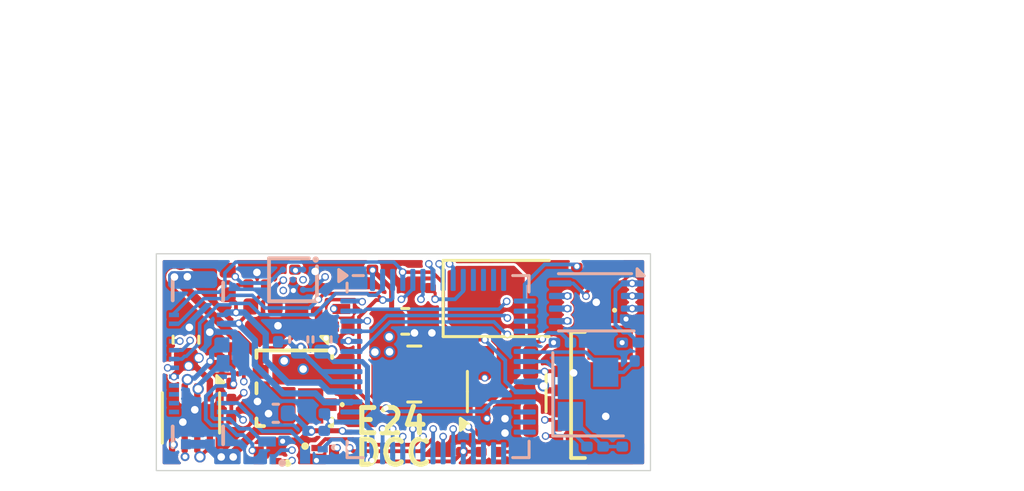
<source format=kicad_pcb>
(kicad_pcb (version 20240108) (generator "pcbnew") (generator_version "8.0")
  (layers (0 "F.Cu" signal) (1 "In1.Cu" power) (2 "In2.Cu" power) (31 "B.Cu" signal) (34 "B.Paste" user) (35 "F.Paste" user) (36 "B.SilkS" user "B.Silkscreen") (37 "F.SilkS" user "F.Silkscreen") (38 "B.Mask" user) (39 "F.Mask" user) (44 "Edge.Cuts" user))
  (net 0 "")
  (net 1 "GND")
  (net 2 "Net-(U3-XIN)")
  (net 3 "+3.3V")
  (net 4 "VDC")
  (net 5 "+1V1")
  (net 6 "/TRACK_RIGHT")
  (net 7 "/TRACK_LEFT")
  (net 8 "/AUX3")
  (net 9 "/AUX6 (VDC)")
  (net 10 "/AUX8 (VDC)")
  (net 11 "/AUX4")
  (net 12 "/MOTOR_A")
  (net 13 "/LAMP_FRONT")
  (net 14 "/AUX1 (VDC)")
  (net 15 "/LAMP_REAR")
  (net 16 "/AUX7 (VDC)")
  (net 17 "/MOTOR_B")
  (net 18 "/AUX5 (VDC)")
  (net 19 "/AUX2 (VDC)")
  (net 20 "/GPIO21")
  (net 21 "Net-(Q1-G)")
  (net 22 "/GPIO24")
  (net 23 "/GPIO25")
  (net 24 "/GPIO26")
  (net 25 "/GPIO27")
  (net 26 "Net-(U3-XOUT)")
  (net 27 "Net-(U3-GPIO12)")
  (net 28 "/ADC_EMF_A")
  (net 29 "/ADC_EMF_B")
  (net 32 "/GPIO22")
  (net 39 "/GPIO23")
  (net 44 "Net-(U2-BS)")
  (net 45 "/SWITCH")
  (net 46 "Net-(U1-~{CS})")
  (net 47 "Net-(U2-EN)")
  (net 48 "Net-(U2-FB)")
  (net 49 "Net-(U1-DI(IO0))")
  (net 50 "Net-(U1-DO(IO1))")
  (net 51 "Net-(U1-IO2)")
  (net 52 "Net-(U1-CLK)")
  (net 53 "Net-(U1-IO3)")
  (net 54 "Net-(R4-Pad2)")
  (net 55 "/AUX10")
  (net 56 "/AUX11")
  (net 57 "/AUX12")
  (net 58 "Net-(C3-Pad1)")
  (net 59 "Net-(D2-A)")
  (net 60 "/SPEAKER_P")
  (net 61 "Net-(U3-ADC_AVDD)")
  (net 62 "/CAP+")
  (net 63 "/SPEAKER_N")
  (net 64 "/I2S_DIN")
  (net 65 "/I2S_BCLK")
  (net 66 "/I2S_LRCLK")
  (net 68 "Net-(U5-OUTN)")
  (net 69 "Net-(U5-OUTP)")
  (footprint "Local Library:Diodes_DFN1006-3" (layer "F.Cu") (at 107.29 102.34 90)
    (property "Reference" "Q1" (hide yes))
    (property "Value" "TPM2008" (hide yes))
  )
  (footprint "Capacitor_SMD:C_0201_0603Metric" (layer "F.Cu") (at 108.2 100.43 180)
    (property "Reference" "C16" (hide yes))
    (property "Value" "100nF" (hide yes))
  )
  (footprint "Local Library:Diodes_DFN1006-3" (layer "F.Cu") (at 104.362552 107.8 180)
    (property "Reference" "Q3" (hide yes))
    (property "Value" "TPM2008" (hide yes))
  )
  (footprint "Resistor_SMD:R_0201_0603Metric" (layer "F.Cu") (at 105.99 102.79 180)
    (property "Reference" "R1" (hide yes))
    (property "Value" "6.8k" (hide yes))
  )
  (footprint "Inductor_SMD:L_0402_1005Metric" (layer "F.Cu") (at 104.18 101.89)
    (property "Reference" "FB2" (hide yes))
    (property "Value" "FB_N" (hide yes))
  )
  (footprint "Resistor_SMD:R_0201_0603Metric" (layer "F.Cu") (at 102.925 105.265 90)
    (property "Reference" "R11" (hide yes))
    (property "Value" "6.8k" (hide yes))
  )
  (footprint "Resistor_SMD:R_0201_0603Metric" (layer "F.Cu") (at 114.54 107.66 180)
    (property "Reference" "R7" (hide yes))
    (property "Value" "22k" (hide yes))
  )
  (footprint "LED_SMD:LED_0402_1005Metric" (layer "F.Cu") (at 118.125 100.949998 90)
    (property "Reference" "D2" (hide yes))
    (property "Value" "Blue LED" (hide yes))
  )
  (footprint "Package_TO_SOT_SMD:SOT-23-6" (layer "F.Cu") (at 113.847811 105.265177 90)
    (property "Reference" "U2" (hide yes))
    (property "Value" "MT2492" (hide yes))
  )
  (footprint "Resistor_SMD:R_0201_0603Metric" (layer "F.Cu") (at 102.55 104.21 180)
    (property "Reference" "R13" (hide yes))
    (property "Value" "6.8k" (hide yes))
  )
  (footprint "Resistor_SMD:R_0201_0603Metric" (layer "F.Cu") (at 102.55 103.51)
    (property "Reference" "R14" (hide yes))
    (property "Value" "1k" (hide yes))
  )
  (footprint "Local Library:Xunpu_TS-1088-AR02016" (layer "F.Cu") (at 117.95 105.4 90)
    (property "Reference" "SW1" (hide yes))
    (property "Value" "BOOT" (hide yes))
  )
  (footprint "Resistor_SMD:R_0201_0603Metric" (layer "F.Cu") (at 116.95 100.360002 180)
    (property "Reference" "R9" (hide yes))
    (property "Value" "1k" (hide yes))
  )
  (footprint "Capacitor_SMD:C_0603_1608Metric" (layer "F.Cu") (at 101.125 103.21 90)
    (property "Reference" "C18" (hide yes))
    (property "Value" "10uF" (hide yes))
  )
  (footprint "Capacitor_SMD:C_0201_0603Metric" (layer "F.Cu") (at 111.745 107.66 180)
    (property "Reference" "C19" (hide yes))
    (property "Value" "100nF" (hide yes))
  )
  (footprint "Capacitor_SMD:C_0201_0603Metric" (layer "F.Cu") (at 104.3 100.725 90)
    (property "Reference" "C20" (hide yes))
    (property "Value" "220pF" (hide yes))
  )
  (footprint "Package_DFN_QFN:DFN-8-1EP_2x2mm_P0.5mm_EP0.9x1.6mm" (layer "F.Cu") (at 101.325 106.3125 -90)
    (property "Reference" "U4" (hide yes))
    (property "Value" "MD9927" (hide yes))
  )
  (footprint "Resistor_SMD:R_0201_0603Metric" (layer "F.Cu") (at 113.14 107.66)
    (property "Reference" "R8" (hide yes))
    (property "Value" "49.9k" (hide yes))
  )
  (footprint "Capacitor_SMD:C_0201_0603Metric" (layer "F.Cu") (at 116.95 101.075 180)
    (property "Reference" "C2" (hide yes))
    (property "Value" "100nF" (hide yes))
  )
  (footprint "Resistor_SMD:R_0201_0603Metric" (layer "F.Cu") (at 102.92 106.66 90)
    (property "Reference" "R12" (hide yes))
    (property "Value" "1k" (hide yes))
  )
  (footprint "Capacitor_Tantalum_SMD:CP_EIA-3528-21_Kemet-B" (layer "F.Cu") (at 113.7875 101.575)
    (property "Reference" "C4" (hide yes))
    (property "Value" "22uF" (hide yes))
  )
  (footprint "Capacitor_SMD:C_0201_0603Metric" (layer "F.Cu") (at 105.77 100.43)
    (property "Reference" "C21" (hide yes))
    (property "Value" "100nF" (hide yes))
  )
  (footprint "Capacitor_SMD:C_0201_0603Metric" (layer "F.Cu") (at 115.89 105.54 -90)
    (property "Reference" "C7" (hide yes))
    (property "Value" "100nF" (hide yes))
  )
  (footprint "Local Library:Diodes_DFN1006-3" (layer "F.Cu") (at 106.65 107.73)
    (property "Reference" "Q5" (hide yes))
    (property "Value" "TPM2008" (hide yes))
  )
  (footprint "Capacitor_SMD:C_0201_0603Metric" (layer "F.Cu") (at 115.9 104.14 90)
    (property "Reference" "C13" (hide yes))
    (property "Value" "100nF" (hide yes))
  )
  (footprint "Local Library:NSR1030QMU" (layer "F.Cu") (at 105.423102 105.134125 90)
    (property "Reference" "D1" (hide yes))
    (property "Value" "NSR1030QMU" (hide yes))
  )
  (footprint "Capacitor_SMD:C_0201_0603Metric" (layer "F.Cu") (at 110.49 101.16 180)
    (property "Reference" "C17" (hide yes))
    (property "Value" "100nF" (hide yes))
  )
  (footprint "Resistor_SMD:R_0201_0603Metric" (layer "F.Cu") (at 105.99 102.09)
    (property "Reference" "R2" (hide yes))
    (property "Value" "6.8k" (hide yes))
  )
  (footprint "Inductor_SMD:L_1008_2520Metric" (layer "F.Cu") (at 110.181886 104.570377 180)
    (property "Reference" "L1" (hide yes))
    (property "Value" "10uH" (hide yes))
  )
  (footprint "Capacitor_SMD:C_0201_0603Metric" (layer "F.Cu") (at 103.6 100.72 90)
    (property "Reference" "C22" (hide yes))
    (property "Value" "220pF" (hide yes))
  )
  (footprint "Capacitor_SMD:C_0201_0603Metric" (layer "F.Cu") (at 115.89 106.94 90)
    (property "Reference" "C6" (hide yes))
    (property "Value" "22nF" (hide yes))
  )
  (footprint "Inductor_SMD:L_0402_1005Metric" (layer "F.Cu") (at 102.78 100.94 90)
    (property "Reference" "FB1" (hide yes))
    (property "Value" "FB_P" (hide yes))
  )
  (footprint "Capacitor_SMD:C_0603_1608Metric" (layer "F.Cu") (at 109.825 102.48)
    (property "Reference" "C9" (hide yes))
    (property "Value" "22uF" (hide yes))
  )
  (footprint "Resistor_SMD:R_0201_0603Metric" (layer "B.Cu") (at 106.29 106.825 180)
    (property "Reference" "R10" (hide yes))
    (property "Value" "200R" (hide yes))
  )
  (footprint "Capacitor_SMD:C_0402_1005Metric" (layer "B.Cu") (at 104.6873 106.127208 180)
    (property "Reference" "C14" (hide yes))
    (property "Value" "10uF" (hide yes))
  )
  (footprint "Capacitor_SMD:C_0201_0603Metric" (layer "B.Cu") (at 118.75 107.45)
    (property "Reference" "C3" (hide yes))
    (property "Value" "10pF" (hide yes))
  )
  (footprint "Capacitor_SMD:C_0201_0603Metric" (layer "B.Cu") (at 106.296526 106.128507 180)
    (property "Reference" "C11" (hide yes))
    (property "Value" "100nF" (hide yes))
  )
  (footprint "Resistor_SMD:R_0201_0603Metric" (layer "B.Cu") (at 118.75 103.325 180)
    (property "Reference" "R4" (hide yes))
    (property "Value" "1k" (hide yes))
  )
  (footprint "Capacitor_SMD:C_0201_0603Metric" (layer "B.Cu") (at 118.925 104.375 -90)
    (property "Reference" "C1" (hide yes))
    (property "Value" "10pF" (hide yes))
  )
  (footprint "Package_BGA:Maxim_WLP-9_1.595x1.415_Layout3x3_P0.4mm_Ball0.27mm_Pad0.25mm_NSMD" (layer "B.Cu") (at 105.37 100.83 180)
    (property "Reference" "U5" (hide yes))
    (property "Value" "MAX98357A" (hide yes))
  )
  (footprint "Package_DFN_QFN:QFN-56-1EP_7x7mm_P0.4mm_EP3.2x3.2mm" (layer "B.Cu") (at 111.125 104.275 -90)
    (property "Reference" "U3" (hide yes))
    (property "Value" "RP2040" (hide yes))
  )
  (footprint "Capacitor_SMD:C_0402_1005Metric" (layer "B.Cu") (at 106.525 103.2 90)
    (property "Reference" "C8" (hide yes))
    (property "Value" "10uF" (hide yes))
  )
  (footprint "Crystal:Crystal_SMD_2520-4Pin_2.5x2.0mm" (layer "B.Cu") (at 117.075 105.375 90)
    (property "Reference" "Y1" (hide yes))
    (property "Value" "X252012MMB4SI" (hide yes))
  )
  (footprint "Local Library:Diodes_DFN1006-3" (layer "B.Cu") (at 104.341565 107.597394 90)
    (property "Reference" "Q6" (hide yes))
    (property "Value" "TPM2008" (hide yes))
  )
  (footprint "Local Library:5050662422" (layer "B.Cu") (at 101.6 104.15 -90)
    (property "Reference" "J4" (hide yes))
    (property "Value" "5050662422" (hide yes))
  )
  (footprint "Package_SON:Winbond_USON-8-1EP_3x2mm_P0.5mm_EP0.2x1.6mm" (layer "B.Cu") (at 117.4 101.725 180)
    (property "Reference" "U1" (hide yes))
    (property "Value" "W25Q16JVUXIQ" (hide yes))
  )
  (footprint "Resistor_SMD:R_0201_0603Metric" (layer "B.Cu") (at 116.06 103.325 180)
    (property "Reference" "R5" (hide yes))
    (property "Value" "100k" (hide yes))
  )
  (footprint "Resistor_SMD:R_0201_0603Metric" (layer "B.Cu") (at 117.35 107.45)
    (property "Reference" "R6" (hide yes))
    (property "Value" "1k" (hide yes))
  )
  (footprint "Capacitor_SMD:C_0201_0603Metric" (layer "B.Cu") (at 104.775 102.975 90)
    (property "Reference" "C12" (hide yes))
    (property "Value" "100nF" (hide yes))
  )
  (footprint "Local Library:Diodes_DFN1006-3" (layer "B.Cu") (at 106.2 107.78 180)
    (property "Reference" "Q2" (hide yes))
    (property "Value" "TPM2008" (hide yes))
  )
  (footprint "Capacitor_SMD:C_0402_1005Metric" (layer "B.Cu") (at 105.6 103.2 90)
    (property "Reference" "C10" (hide yes))
    (property "Value" "10uF" (hide yes))
  )
  (gr_rect (start 99.95 99.8) (end 119.55 108.4) (stroke (width 0.05)) (fill none) (layer "Edge.Cuts"))
  (gr_text "DCC" (at 107.73 108.28 0) (layer "F.SilkS") (effects (font (size 1 1) (thickness 0.2) (bold yes)) (justify left bottom)))
  (gr_text "E24" (at 107.73 107.03 0) (layer "F.SilkS") (effects (font (size 1 1) (thickness 0.2) (bold yes)) (justify left bottom)))
  (segment (start 104.96 107.327552) (end 104.712552 107.575) (width 0.15) (layer "F.Cu") (net 1))
  (segment (start 104.96 107.236125) (end 104.96 107.327552) (width 0.15) (layer "F.Cu") (net 1))
  (segment (start 106.3 107.955) (end 106.3 107.996998) (width 0.15) (layer "F.Cu") (net 1))
  (segment (start 102.92 106.98) (end 102.92 107.022068) (width 0.15) (layer "F.Cu") (net 1))
  (segment (start 106.3 107.996998) (end 106.301002 107.998) (width 0.15) (layer "F.Cu") (net 1))
  (segment (start 102.92 107.022068) (end 102.923966 107.026034) (width 0.15) (layer "F.Cu") (net 1))
  (via (at 110.19 102.94) (size 0.45) (drill 0.3) (layers "F.Cu" "B.Cu") (net 1))
  (via (at 110.88 102.94) (size 0.45) (drill 0.3) (layers "F.Cu" "B.Cu") (net 1))
  (via (at 106.301002 107.998) (size 0.3) (drill 0.2) (layers "F.Cu" "B.Cu") (net 1))
  (via (at 106.67963 103.149001) (size 0.3) (drill 0.2) (layers "F.Cu" "B.Cu") (net 1))
  (via (at 103.94 100.54) (size 0.45) (drill 0.3) (layers "F.Cu" "B.Cu") (net 1))
  (via (at 117.4 101.725) (size 0.45) (drill 0.3) (layers "F.Cu" "B.Cu") (net 1))
  (via (at 101.475 105.987184) (size 0.45) (drill 0.3) (layers "F.Cu" "B.Cu") (net 1))
  (via (at 104.4 106.14) (size 0.45) (drill 0.3) (layers "F.Cu" "B.Cu") (net 1))
  (via (at 106.25 100.501) (size 0.4) (drill 0.3) (layers "F.Cu" "B.Cu") (net 1))
  (via (at 116.5 104.525) (size 0.45) (drill 0.3) (layers "F.Cu" "B.Cu") (net 1))
  (via (at 117.775 106.25) (size 0.45) (drill 0.3) (layers "F.Cu" "B.Cu") (net 1))
  (via (at 103.96145 105.65855) (size 0.45) (drill 0.3) (layers "F.Cu" "B.Cu") (net 1))
  (via (at 113.779801 106.911685) (size 0.45) (drill 0.3) (layers "F.Cu" "B.Cu") (net 1))
  (via (at 118.58 102.39) (size 0.3) (drill 0.2) (layers "F.Cu" "B.Cu") (net 1))
  (via (at 101.002107 106.477107) (size 0.45) (drill 0.3) (layers "F.Cu" "B.Cu") (net 1))
  (via (at 104.775 102.655) (size 0.45) (drill 0.3) (layers "F.Cu" "B.Cu") (net 1))
  (via (at 104.96 107.236125) (size 0.3) (drill 0.2) (layers "F.Cu" "B.Cu") (net 1))
  (via (at 105.386995 101.259041) (size 0.3) (drill 0.2) (layers "F.Cu" "B.Cu") (net 1))
  (via (at 101.26 102.72) (size 0.45) (drill 0.3) (layers "F.Cu" "B.Cu") (net 1))
  (via (at 113.78 106.34) (size 0.45) (drill 0.3) (layers "F.Cu" "B.Cu") (net 1))
  (via (at 102.07 102.91) (size 0.45) (drill 0.3) (layers "F.Cu" "B.Cu") (net 1))
  (segment (start 118.825 102.475) (end 118.665 102.475) (width 0.15) (layer "B.Cu") (net 1))
  (segment (start 100.865 102.925) (end 100.65 102.925) (width 0.14) (layer "B.Cu") (net 1))
  (segment (start 118.665 102.475) (end 118.58 102.39) (width 0.15) (layer "B.Cu") (net 1))
  (segment (start 105.386995 101.259041) (end 105.386995 101.246995) (width 0.12) (layer "B.Cu") (net 1))
  (segment (start 101.26 102.72) (end 101.07 102.72) (width 0.14) (layer "B.Cu") (net 1))
  (segment (start 102.085 102.925) (end 102.55 102.925) (width 0.15) (layer "B.Cu") (net 1))
  (segment (start 105.386995 101.246995) (end 105.37 101.23) (width 0.12) (layer "B.Cu") (net 1))
  (segment (start 101.07 102.72) (end 100.865 102.925) (width 0.14) (layer "B.Cu") (net 1))
  (segment (start 102.07 102.91) (end 102.085 102.925) (width 0.15) (layer "B.Cu") (net 1))
  (segment (start 106.525 102.72) (end 106.525 102.994371) (width 0.15) (layer "B.Cu") (net 1))
  (segment (start 106.525 102.994371) (end 106.67963 103.149001) (width 0.15) (layer "B.Cu") (net 1))
  (segment (start 116.975 103.7) (end 114.5875 103.7) (width 0.14) (layer "B.Cu") (net 2))
  (segment (start 117.775 104.5) (end 116.975 103.7) (width 0.14) (layer "B.Cu") (net 2))
  (segment (start 114.5875 103.7) (end 114.5625 103.675) (width 0.14) (layer "B.Cu") (net 2))
  (segment (start 118.48 104.5) (end 118.925 104.055) (width 0.14) (layer "B.Cu") (net 2))
  (segment (start 117.775 104.5) (end 118.48 104.5) (width 0.14) (layer "B.Cu") (net 2))
  (segment (start 102.075 107.325) (end 101.575 107.325) (width 0.15) (layer "F.Cu") (net 3))
  (segment (start 116.992293 101.352707) (end 117.27 101.075) (width 0.14) (layer "F.Cu") (net 3))
  (segment (start 109.08 102.4725) (end 108.79 102.1825) (width 0.15) (layer "F.Cu") (net 3))
  (segment (start 112.13 107.64) (end 112.14 107.65) (width 0.15) (layer "F.Cu") (net 3))
  (segment (start 108.536 108.036) (end 108.5 108) (width 0.15) (layer "F.Cu") (net 3))
  (segment (start 109.185015 103.095015) (end 109.282558 102.997472) (width 0.2) (layer "F.Cu") (net 3))
  (segment (start 115.35 104.47) (end 115.36 104.46) (width 0.15) (layer "F.Cu") (net 3))
  (segment (start 115.36 104.46) (end 115.9 104.46) (width 0.15) (layer "F.Cu") (net 3))
  (segment (start 111.009 101.359) (end 110.81 101.16) (width 0.12) (layer "F.Cu") (net 3))
  (segment (start 111.009 101.604151) (end 111.009 101.359) (width 0.12) (layer "F.Cu") (net 3))
  (segment (start 112.81 107.65) (end 112.82 107.66) (width 0.15) (layer "F.Cu") (net 3))
  (segment (start 109.282558 102.997472) (end 109.282558 101.192558) (width 0.2) (layer "F.Cu") (net 3))
  (segment (start 111.734 108.036) (end 108.536 108.036) (width 0.15) (layer "F.Cu") (net 3))
  (segment (start 108.52 100.461) (end 108.52 100.49) (width 0.15) (layer "F.Cu") (net 3))
  (segment (start 102.075 107.461) (end 102.075 107.325) (width 0.15) (layer "F.Cu") (net 3))
  (segment (start 101.68 107.856) (end 102.075 107.461) (width 0.15) (layer "F.Cu") (net 3))
  (segment (start 109.282558 101.192558) (end 108.52 100.43) (width 0.2) (layer "F.Cu") (net 3))
  (segment (start 111.009 101.604151) (end 110.925849 101.521) (width 0.12) (layer "F.Cu") (net 3))
  (segment (start 116.992293 101.47933) (end 116.992293 101.352707) (width 0.14) (layer "F.Cu") (net 3))
  (segment (start 105.47 100.45) (end 105.45 100.43) (width 0.12) (layer "F.Cu") (net 3))
  (segment (start 112.14 107.65) (end 112.81 107.65) (width 0.15) (layer "F.Cu") (net 3))
  (segment (start 112.13 107.64) (end 111.734 108.036) (width 0.15) (layer "F.Cu") (net 3))
  (segment (start 108.53 100.451) (end 108.52 100.461) (width 0.15) (layer "F.Cu") (net 3))
  (segment (start 105.47 100.46) (end 105.47 100.45) (width 0.12) (layer "F.Cu") (net 3))
  (via (at 111.009 101.604151) (size 0.3) (drill 0.2) (layers "F.Cu" "B.Cu") (net 3))
  (via (at 115.35 104.47) (size 0.3) (drill 0.2) (layers "F.Cu" "B.Cu") (net 3))
  (via (at 108.5 108) (size 0.3) (drill 0.2) (layers "F.Cu" "B.Cu") (net 3))
  (via (at 109.198998 103.69) (size 0.45) (drill 0.3) (layers "F.Cu" "B.Cu") (net 3))
  (via (at 105.47 100.46) (size 0.3) (drill 0.2) (layers "F.Cu" "B.Cu") (net 3))
  (via (at 108.62 103.7) (size 0.45) (drill 0.3) (layers "F.Cu" "B.Cu") (net 3))
  (via (at 106.89 106.43) (size 0.3) (drill 0.2) (layers "F.Cu" "B.Cu") (net 3))
  (via (at 112.13 107.64) (size 0.3) (drill 0.2) (layers "F.Cu" "B.Cu") (net 3))
  (via (at 108.53 100.451) (size 0.3) (drill 0.2) (layers "F.Cu" "B.Cu") (net 3))
  (via (at 101.68 107.856) (size 0.45) (drill 0.3) (layers "F.Cu" "B.Cu") (net 3))
  (via (at 109.185015 103.095015) (size 0.45) (drill 0.3) (layers "F.Cu" "B.Cu") (net 3))
  (via (at 116.992293 101.47933) (size 0.3) (drill 0.2) (layers "F.Cu" "B.Cu") (net 3))
  (via (at 100.4 104.325) (size 0.3) (drill 0.2) (layers "F.Cu" "B.Cu") (net 3))
  (via (at 105.68 103.5) (size 0.35) (drill 0.2) (layers "F.Cu" "B.Cu") (net 3))
  (segment (start 111.795849 101.604151) (end 112.125 101.275) (width 0.15) (layer "B.Cu") (net 3))
  (segment (start 100.65 104.325) (end 100.4 104.325) (width 0.15) (layer "B.Cu") (net 3))
  (segment (start 106.45 104.425) (end 105.705 103.68) (width 0.2) (layer "B.Cu") (net 3))
  (segment (start 112.125 101.275) (end 112.125 100.8375) (width 0.15) (layer "B.Cu") (net 3))
  (segment (start 108.525 100.456) (end 108.525 100.8375) (width 0.15) (layer "B.Cu") (net 3))
  (segment (start 106.9 104.875) (end 106.45 104.425) (width 0.2) (layer "B.Cu") (net 3))
  (segment (start 105.37 100.43) (end 105.77 100.43) (width 0.2) (layer "B.Cu") (net 3))
  (segment (start 115.35 104.47) (end 115.345 104.475) (width 0.15) (layer "B.Cu") (net 3))
  (segment (start 108.125 106.475) (end 108.5 106.85) (width 0.2) (layer "B.Cu") (net 3))
  (segment (start 107.6875 104.475) (end 106.5 104.475) (width 0.2) (layer "B.Cu") (net 3))
  (segment (start 106.888019 106.475) (end 106.75 106.613019) (width 0.2) (layer "B.Cu") (net 3))
  (segment (start 105.68 103.5) (end 105.68 103.6) (width 0.2) (layer "B.Cu") (net 3))
  (segment (start 106.888019 106.475) (end 106.616526 106.203507) (width 0.2) (layer "B.Cu") (net 3))
  (segment (start 106.75 106.685) (end 106.61 106.825) (width 0.2) (layer "B.Cu") (net 3))
  (segment (start 108.5 107.6875) (end 108.525 107.7125) (width 0.2) (layer "B.Cu") (net 3))
  (segment (start 107.6875 106.475) (end 106.888019 106.475) (width 0.2) (layer "B.Cu") (net 3))
  (segment (start 108.5 106.85) (end 108.5 107.6875) (width 0.2) (layer "B.Cu") (net 3))
  (segment (start 105.6 103.68) (end 105.215 103.295) (width 0.2) (layer "B.Cu") (net 3))
  (segment (start 105.215 103.295) (end 104.775 103.295) (width 0.2) (layer "B.Cu") (net 3))
  (segment (start 108.53 100.451) (end 108.525 100.456) (width 0.15) (layer "B.Cu") (net 3))
  (segment (start 105.68 103.6) (end 105.6 103.68) (width 0.2) (layer "B.Cu") (net 3))
  (segment (start 106.62 106.206981) (end 106.616526 106.203507) (width 0.15) (layer "B.Cu") (net 3))
  (segment (start 108.5 107.85) (end 108.525 107.825) (width 0.15) (layer "B.Cu") (net 3))
  (segment (start 116.992293 101.47933) (end 116.487963 100.975) (width 0.14) (layer "B.Cu") (net 3))
  (segment (start 106.616526 106.203507) (end 106.616526 106.128507) (width 0.2) (layer "B.Cu") (net 3))
  (segment (start 108.5 108) (end 108.5 107.85) (width 0.15) (layer "B.Cu") (net 3))
  (segment (start 106.65 106.305) (end 106.646526 106.308474) (width 0.2) (layer "B.Cu") (net 3))
  (segment (start 105.705 103.68) (end 105.6 103.68) (width 0.2) (layer "B.Cu") (net 3))
  (segment (start 107.6875 106.475) (end 108.125 106.475) (width 0.2) (layer "B.Cu") (net 3))
  (segment (start 116.487963 100.975) (end 115.975 100.975) (width 0.14) (layer "B.Cu") (net 3))
  (segment (start 106.5 104.475) (end 106.45 104.425) (width 0.2) (layer "B.Cu") (net 3))
  (segment (start 108.525 107.825) (end 108.525 107.7125) (width 0.15) (layer "B.Cu") (net 3))
  (segment (start 111.009 101.604151) (end 111.795849 101.604151) (width 0.15) (layer "B.Cu") (net 3))
  (segment (start 115.345 104.475) (end 114.5625 104.475) (width 0.15) (layer "B.Cu") (net 3))
  (segment (start 106.75 106.613019) (end 106.75 106.685) (width 0.2) (layer "B.Cu") (net 3))
  (segment (start 107.6875 104.875) (end 106.9 104.875) (width 0.2) (layer "B.Cu") (net 3))
  (segment (start 101.41 104.11) (end 101.41 104.17239) (width 0.25) (layer "F.Cu") (net 4))
  (segment (start 101.41 104.17239) (end 102.075 104.83739) (width 0.25) (layer "F.Cu") (net 4))
  (segment (start 100.65 104.675) (end 100.65 104.64) (width 0.25) (layer "F.Cu") (net 4))
  (segment (start 101.63 103.93) (end 101.483744 103.783744) (width 0.25) (layer "F.Cu") (net 4))
  (segment (start 115.150823 103.289177) (end 114.023812 103.289177) (width 0.15) (layer "F.Cu") (net 4))
  (segment (start 101.18 104.11) (end 101.41 104.11) (width 0.25) (layer "F.Cu") (net 4))
  (segment (start 114.023812 103.289177) (end 113.847811 103.465178) (width 0.15) (layer "F.Cu") (net 4))
  (segment (start 115.26 103.18) (end 115.150823 103.289177) (width 0.15) (layer "F.Cu") (net 4))
  (segment (start 102.075 104.83739) (end 102.075 105.3) (width 0.25) (layer "F.Cu") (net 4))
  (segment (start 101.483744 103.783744) (end 101.306256 103.783744) (width 0.25) (layer "F.Cu") (net 4))
  (segment (start 101.41 104.11) (end 101.27 104.11) (width 0.25) (layer "F.Cu") (net 4))
  (segment (start 113.847811 103.465178) (end 113.847811 104.127677) (width 0.15) (layer "F.Cu") (net 4))
  (segment (start 100.65 104.64) (end 101.18 104.11) (width 0.25) (layer "F.Cu") (net 4))
  (via (at 115.26 103.18) (size 0.3) (drill 0.2) (layers "F.Cu" "B.Cu") (net 4))
  (via (at 105.775 104.375) (size 0.45) (drill 0.3) (layers "F.Cu" "B.Cu") (net 4))
  (via (at 105.022324 104.04844) (size 0.45) (drill 0.3) (layers "F.Cu" "B.Cu") (net 4))
  (via (at 100.65 104.675) (size 0.3) (drill 0.2) (layers "F.Cu" "B.Cu") (net 4))
  (via (at 101.23 104.25) (size 0.4) (drill 0.3) (layers "F.Cu" "B.Cu") (net 4))
  (via (at 101.63 103.93) (size 0.4) (drill 0.3) (layers "F.Cu" "B.Cu") (net 4))
  (segment (start 115.995 102.94) (end 116.38 103.325) (width 0.15) (layer "B.Cu") (net 4))
  (segment (start 115.26 103.18) (end 115.5 102.94) (width 0.15) (layer "B.Cu") (net 4))
  (segment (start 115.5 102.94) (end 115.995 102.94) (width 0.15) (layer "B.Cu") (net 4))
  (segment (start 115.304 105.04) (end 115.484 105.22) (width 0.25) (layer "F.Cu") (net 5))
  (segment (start 115.484 105.22) (end 115.89 105.22) (width 0.25) (layer "F.Cu") (net 5))
  (via (at 115.304 105.04) (size 0.45) (drill 0.3) (layers "F.Cu" "B.Cu") (net 5))
  (via (at 106.906475 103.647945) (size 0.45) (drill 0.3) (layers "F.Cu" "B.Cu") (net 5))
  (segment (start 108.145 106.075) (end 107.6875 106.075) (width 0.2) (layer "B.Cu") (net 5))
  (segment (start 108.326 104.286) (end 108.326 105.894) (width 0.2) (layer "B.Cu") (net 5))
  (segment (start 107.6875 104.075) (end 108.115 104.075) (width 0.2) (layer "B.Cu") (net 5))
  (segment (start 106.999714 104.075) (end 106.604714 103.68) (width 0.2) (layer "B.Cu") (net 5))
  (segment (start 107.6875 104.075) (end 106.999714 104.075) (width 0.2) (layer "B.Cu") (net 5))
  (segment (start 108.115 104.075) (end 108.326 104.286) (width 0.2) (layer "B.Cu") (net 5))
  (segment (start 114.5625 104.875) (end 114.95 104.875) (width 0.15) (layer "B.Cu") (net 5))
  (segment (start 108.326 105.894) (end 108.145 106.075) (width 0.2) (layer "B.Cu") (net 5))
  (segment (start 115.304 105.04) (end 115.139 104.875) (width 0.25) (layer "B.Cu") (net 5))
  (segment (start 115.139 104.875) (end 114.5625 104.875) (width 0.25) (layer "B.Cu") (net 5))
  (segment (start 103 107.86) (end 103 107.721145) (width 0.35) (layer "F.Cu") (net 6))
  (segment (start 105.499875 106.810125) (end 106.073102 106.236898) (width 0.35) (layer "F.Cu") (net 6))
  (segment (start 103 107.86) (end 102.523997 107.86) (width 0.35) (layer "F.Cu") (net 6))
  (segment (start 103.91102 106.810125) (end 105.499875 106.810125) (width 0.35) (layer "F.Cu") (net 6))
  (segment (start 103 107.721145) (end 103.91102 106.810125) (width 0.35) (layer "F.Cu") (net 6))
  (segment (start 106.073102 106.236898) (end 106.073102 105.834125) (width 0.35) (layer "F.Cu") (net 6))
  (via (at 102.523997 107.86) (size 0.45) (drill 0.3) (layers "F.Cu" "B.Cu") (net 6))
  (via (at 103 107.86) (size 0.45) (drill 0.3) (layers "F.Cu" "B.Cu") (net 6))
  (segment (start 102.523997 107.86) (end 102.44 107.86) (width 0.35) (layer "B.Cu") (net 6))
  (segment (start 102.082 107.502) (end 102.082 107.355) (width 0.35) (layer "B.Cu") (net 6))
  (segment (start 102.082 107.355) (end 101.118 107.355) (width 0.35) (layer "B.Cu") (net 6))
  (segment (start 102.44 107.86) (end 102.082 107.502) (width 0.35) (layer "B.Cu") (net 6))
  (segment (start 104.025095 104.421118) (end 104.088102 104.484125) (width 0.35) (layer "F.Cu") (net 7))
  (segment (start 103.930095 103.800095) (end 104.025095 103.800095) (width 0.35) (layer "F.Cu") (net 7))
  (segment (start 101.17 100.72) (end 100.67 100.72) (width 0.35) (layer "F.Cu") (net 7))
  (segment (start 104.92 103.54) (end 105.67 102.79) (width 0.15) (layer "F.Cu") (net 7))
  (segment (start 104.28519 103.54) (end 104.92 103.54) (width 0.15) (layer "F.Cu") (net 7))
  (segment (start 104.025095 103.800095) (end 104.28519 103.54) (width 0.15) (layer "F.Cu") (net 7))
  (segment (start 103.164 103.034) (end 103.930095 103.800095) (width 0.35) (layer "F.Cu") (net 7))
  (segment (start 102.974 103.034) (end 103.164 103.034) (width 0.35) (layer "F.Cu") (net 7))
  (segment (start 101.18 100.71) (end 101.17 100.72) (width 0.35) (layer "F.Cu") (net 7))
  (segment (start 100.67 100.72) (end 100.67 100.73) (width 0.35) (layer "F.Cu") (net 7))
  (segment (start 104.025095 103.800095) (end 104.025095 104.421118) (width 0.35) (layer "F.Cu") (net 7))
  (segment (start 100.67 100.73) (end 102.974 103.034) (width 0.35) (layer "F.Cu") (net 7))
  (via (at 100.67 100.72) (size 0.45) (drill 0.3) (layers "F.Cu" "B.Cu") (net 7))
  (via (at 101.18 100.71) (size 0.45) (drill 0.3) (layers "F.Cu" "B.Cu") (net 7))
  (via (at 100.881788 103.263978) (size 0.3) (drill 0.2) (layers "F.Cu" "B.Cu") (net 8))
  (via (at 109.67 101.606) (size 0.3) (drill 0.2) (layers "F.Cu" "B.Cu") (net 8))
  (segment (start 100.870766 103.275) (end 100.65 103.275) (width 0.14) (layer "B.Cu") (net 8))
  (segment (start 100.881788 103.263978) (end 100.870766 103.275) (width 0.14) (layer "B.Cu") (net 8))
  (segment (start 109.67 101.606) (end 109.704 101.606) (width 0.14) (layer "B.Cu") (net 8))
  (segment (start 109.864 101.446) (end 109.867928 101.446) (width 0.14) (layer "B.Cu") (net 8))
  (segment (start 109.867928 101.446) (end 110.125 101.188928) (width 0.14) (layer "B.Cu") (net 8))
  (segment (start 110.125 101.188928) (end 110.125 100.8375) (width 0.14) (layer "B.Cu") (net 8))
  (segment (start 109.704 101.606) (end 109.864 101.446) (width 0.14) (layer "B.Cu") (net 8))
  (via (at 101.29 103.24) (size 0.3) (drill 0.2) (layers "F.Cu" "B.Cu") (net 11))
  (via (at 110.446783 101.606) (size 0.3) (drill 0.2) (layers "F.Cu" "B.Cu") (net 11))
  (segment (start 100.974729 103.625) (end 100.65 103.625) (width 0.14) (layer "B.Cu") (net 11))
  (segment (start 110.446783 101.606) (end 110.446783 101.503217) (width 0.14) (layer "B.Cu") (net 11))
  (segment (start 110.446783 101.503217) (end 110.525 101.425) (width 0.14) (layer "B.Cu") (net 11))
  (segment (start 110.525 101.425) (end 110.525 100.8375) (width 0.14) (layer "B.Cu") (net 11))
  (segment (start 101.29 103.309729) (end 100.974729 103.625) (width 0.14) (layer "B.Cu") (net 11))
  (segment (start 101.29 103.24) (end 101.29 103.309729) (width 0.14) (layer "B.Cu") (net 11))
  (via (at 101.61 105.16) (size 0.45) (drill 0.3) (layers "F.Cu" "B.Cu") (net 12))
  (via (at 103.01 104.97) (size 0.3) (drill 0.2) (layers "F.Cu" "B.Cu") (net 12))
  (segment (start 101.61 105.16) (end 101.61 105.04) (width 0.2) (layer "B.Cu") (net 12))
  (segment (start 102.855 104.325) (end 102.55 104.325) (width 0.2) (layer "B.Cu") (net 12))
  (segment (start 103.01 104.48) (end 102.855 104.325) (width 0.2) (layer "B.Cu") (net 12))
  (segment (start 101.61 105.04) (end 102.325 104.325) (width 0.2) (layer "B.Cu") (net 12))
  (segment (start 102.325 104.325) (end 102.55 104.325) (width 0.2) (layer "B.Cu") (net 12))
  (segment (start 103.01 104.97) (end 103.01 104.48) (width 0.2) (layer "B.Cu") (net 12))
  (via (at 103.76 107.6) (size 0.3) (drill 0.2) (layers "F.Cu" "B.Cu") (net 13))
  (segment (start 101.91362 105.451412) (end 102.340032 105.025) (width 0.15) (layer "B.Cu") (net 13))
  (segment (start 102.340032 105.025) (end 102.55 105.025) (width 0.15) (layer "B.Cu") (net 13))
  (segment (start 102.146032 106.601) (end 101.91362 106.368588) (width 0.15) (layer "B.Cu") (net 13))
  (segment (start 103.76 107.6) (end 103.76 107.347) (width 0.15) (layer "B.Cu") (net 13))
  (segment (start 103.404 106.991) (end 103.146032 106.991) (width 0.15) (layer "B.Cu") (net 13))
  (segment (start 102.756032 106.601) (end 102.146032 106.601) (width 0.15) (layer "B.Cu") (net 13))
  (segment (start 103.76 107.347) (end 103.404 106.991) (width 0.15) (layer "B.Cu") (net 13))
  (segment (start 103.146032 106.991) (end 102.756032 106.601) (width 0.15) (layer "B.Cu") (net 13))
  (segment (start 101.91362 106.368588) (end 101.91362 105.451412) (width 0.15) (layer "B.Cu") (net 13))
  (segment (start 102.87 105.72) (end 103.181034 105.72) (width 0.15) (layer "B.Cu") (net 14))
  (segment (start 103.716 106.39668) (end 104.15932 106.84) (width 0.15) (layer "B.Cu") (net 14))
  (segment (start 103.181034 105.72) (end 103.716 106.254966) (width 0.15) (layer "B.Cu") (net 14))
  (segment (start 105.85 107.4) (end 105.85 107.78) (width 0.15) (layer "B.Cu") (net 14))
  (segment (start 102.865 105.725) (end 102.87 105.72) (width 0.15) (layer "B.Cu") (net 14))
  (segment (start 104.15932 106.84) (end 105.29 106.84) (width 0.15) (layer "B.Cu") (net 14))
  (segment (start 103.716 106.254966) (end 103.716 106.39668) (width 0.15) (layer "B.Cu") (net 14))
  (segment (start 105.29 106.84) (end 105.85 107.4) (width 0.15) (layer "B.Cu") (net 14))
  (segment (start 102.55 105.725) (end 102.865 105.725) (width 0.15) (layer "B.Cu") (net 14))
  (segment (start 104.157394 107.247394) (end 104.341565 107.247394) (width 0.15) (layer "B.Cu") (net 15))
  (segment (start 102.16462 105.55538) (end 102.16462 106.26462) (width 0.15) (layer "B.Cu") (net 15))
  (segment (start 103.25 106.74) (end 103.65 106.74) (width 0.15) (layer "B.Cu") (net 15))
  (segment (start 102.345 105.375) (end 102.16462 105.55538) (width 0.15) (layer "B.Cu") (net 15))
  (segment (start 102.25 106.35) (end 102.86 106.35) (width 0.15) (layer "B.Cu") (net 15))
  (segment (start 102.16462 106.26462) (end 102.25 106.35) (width 0.15) (layer "B.Cu") (net 15))
  (segment (start 102.55 105.375) (end 102.345 105.375) (width 0.15) (layer "B.Cu") (net 15))
  (segment (start 102.86 106.35) (end 103.25 106.74) (width 0.15) (layer "B.Cu") (net 15))
  (segment (start 103.65 106.74) (end 104.157394 107.247394) (width 0.15) (layer "B.Cu") (net 15))
  (segment (start 101.1 104.873697) (end 101.1 105.275) (width 0.2) (layer "F.Cu") (net 17))
  (segment (start 101.183994 104.789703) (end 101.1 104.873697) (width 0.2) (layer "F.Cu") (net 17))
  (segment (start 101.1 105.275) (end 101.075 105.3) (width 0.2) (layer "F.Cu") (net 17))
  (via (at 102.085663 104.066452) (size 0.3) (drill 0.2) (layers "F.Cu" "B.Cu") (net 17))
  (via (at 101.183994 104.789703) (size 0.45) (drill 0.3) (layers "F.Cu" "B.Cu") (net 17))
  (segment (start 102.258 103.625) (end 102.55 103.625) (width 0.15) (layer "B.Cu") (net 17))
  (segment (start 102.174 103.978115) (end 102.174 103.709) (width 0.15) (layer "B.Cu") (net 17))
  (segment (start 102.14 103.685) (end 102.55 103.275) (width 0.2) (layer "B.Cu") (net 17))
  (segment (start 101.239697 104.734) (end 101.466 104.734) (width 0.2) (layer "B.Cu") (net 17))
  (segment (start 102.085663 104.066452) (end 102.174 103.978115) (width 0.15) (layer "B.Cu") (net 17))
  (segment (start 101.183994 104.789703) (end 101.239697 104.734) (width 0.2) (layer "B.Cu") (net 17))
  (segment (start 102.174 103.709) (end 102.258 103.625) (width 0.15) (layer "B.Cu") (net 17))
  (segment (start 101.466 104.734) (end 102.14 104.06) (width 0.2) (layer "B.Cu") (net 17))
  (segment (start 102.14 104.06) (end 102.14 103.685) (width 0.2) (layer "B.Cu") (net 17))
  (segment (start 107 107.618) (end 107 107.73) (width 0.15) (layer "F.Cu") (net 19))
  (segment (start 107.12 107.498) (end 107 107.618) (width 0.15) (layer "F.Cu") (net 19))
  (via (at 103.39 106.39) (size 0.3) (drill 0.2) (layers "F.Cu" "B.Cu") (net 19))
  (via (at 107.12 107.498) (size 0.3) (drill 0.2) (layers "F.Cu" "B.Cu") (net 19))
  (segment (start 103.39 106.39) (end 103.075 106.075) (width 0.15) (layer "B.Cu") (net 19))
  (segment (start 102.586699 106.075) (end 102.55 106.075) (width 0.15) (layer "B.Cu") (net 19))
  (segment (start 103.075 106.075) (end 102.55 106.075) (width 0.15) (layer "B.Cu") (net 19))
  (segment (start 106.99 101.98) (end 107.28 101.98) (width 0.15) (layer "F.Cu") (net 20))
  (segment (start 107.28 101.98) (end 107.29 101.99) (width 0.15) (layer "F.Cu") (net 20))
  (via (at 106.99 101.98) (size 0.3) (drill 0.2) (layers "F.Cu" "B.Cu") (net 20))
  (via (at 112.33 106.67) (size 0.3) (drill 0.2) (layers "F.Cu" "B.Cu") (net 20))
  (segment (start 112.33 106.67) (end 112.525 106.865) (width 0.15) (layer "B.Cu") (net 20))
  (segment (start 112.525 106.865) (end 112.525 107.7125) (width 0.15) (layer "B.Cu") (net 20))
  (segment (start 106.31 102.79) (end 106.31 102.09) (width 0.15) (layer "F.Cu") (net 21))
  (segment (start 106.31 102.79) (end 106.965 102.79) (width 0.15) (layer "F.Cu") (net 21))
  (segment (start 106.965 102.79) (end 107.065 102.69) (width 0.15) (layer "F.Cu") (net 21))
  (segment (start 107.62 107.498) (end 107.753 107.631) (width 0.15) (layer "F.Cu") (net 22))
  (segment (start 110.93 107.12) (end 110.93 106.75) (width 0.15) (layer "F.Cu") (net 22))
  (segment (start 107.753 107.631) (end 110.419 107.631) (width 0.15) (layer "F.Cu") (net 22))
  (segment (start 110.419 107.631) (end 110.93 107.12) (width 0.15) (layer "F.Cu") (net 22))
  (via (at 110.93 106.75) (size 0.3) (drill 0.2) (layers "F.Cu" "B.Cu") (net 22))
  (via (at 107.62 107.498) (size 0.3) (drill 0.2) (layers "F.Cu" "B.Cu") (net 22))
  (segment (start 106.898 107.172) (end 106.55 107.52) (width 0.15) (layer "B.Cu") (net 22))
  (segment (start 107.294 107.172) (end 106.898 107.172) (width 0.15) (layer "B.Cu") (net 22))
  (segment (start 106.55 107.52) (end 106.55 107.555) (width 0.15) (layer "B.Cu") (net 22))
  (segment (start 110.93 107.7075) (end 110.925 107.7125) (width 0.15) (layer "B.Cu") (net 22))
  (segment (start 110.93 106.75) (end 110.93 107.7075) (width 0.15) (layer "B.Cu") (net 22))
  (segment (start 107.62 107.498) (end 107.294 107.172) (width 0.15) (layer "B.Cu") (net 22))
  (segment (start 107.752 107.152) (end 106.653 107.152) (width 0.15) (layer "F.Cu") (net 23))
  (segment (start 110.53 107.05) (end 110.204 107.376) (width 0.15) (layer "F.Cu") (net 23))
  (segment (start 107.976 107.376) (end 107.752 107.152) (width 0.15) (layer "F.Cu") (net 23))
  (segment (start 106.653 107.152) (end 106.3 107.505) (width 0.15) (layer "F.Cu") (net 23))
  (segment (start 110.204 107.376) (end 107.976 107.376) (width 0.15) (layer "F.Cu") (net 23))
  (via (at 110.53 107.05) (size 0.3) (drill 0.2) (layers "F.Cu" "B.Cu") (net 23))
  (segment (start 110.53 107.05) (end 110.525 107.055) (width 0.15) (layer "B.Cu") (net 23))
  (segment (start 110.525 107.055) (end 110.525 107.7125) (width 0.15) (layer "B.Cu") (net 23))
  (segment (start 105.33 108) (end 105.305 108.025) (width 0.15) (layer "F.Cu") (net 24))
  (segment (start 105.305 108.025) (end 104.712552 108.025) (width 0.15) (layer "F.Cu") (net 24))
  (via (at 105.33 108) (size 0.3) (drill 0.2) (layers "F.Cu" "B.Cu") (net 24))
  (via (at 110.125 106.75) (size 0.3) (drill 0.2) (layers "F.Cu" "B.Cu") (net 24))
  (segment (start 110.125 106.75) (end 110.125 107.7125) (width 0.15) (layer "B.Cu") (net 24))
  (via (at 105.33 107.59) (size 0.3) (drill 0.2) (layers "F.Cu" "B.Cu") (net 25))
  (via (at 109.725 107.05) (size 0.3) (drill 0.2) (layers "F.Cu" "B.Cu") (net 25))
  (segment (start 104.566565 107.922401) (end 104.566565 107.947394) (width 0.15) (layer "B.Cu") (net 25))
  (segment (start 105.33 107.59) (end 104.898966 107.59) (width 0.15) (layer "B.Cu") (net 25))
  (segment (start 109.725 107.05) (end 109.725 107.7125) (width 0.15) (layer "B.Cu") (net 25))
  (segment (start 104.898966 107.59) (end 104.566565 107.922401) (width 0.15) (layer "B.Cu") (net 25))
  (segment (start 117.03 107.45) (end 116.6 107.02) (width 0.14) (layer "B.Cu") (net 26))
  (segment (start 116.6 107.02) (end 115.81 107.02) (width 0.14) (layer "B.Cu") (net 26))
  (segment (start 115.7 106.91) (end 115.7 104.34) (width 0.14) (layer "B.Cu") (net 26))
  (segment (start 115.435 104.075) (end 114.5625 104.075) (width 0.14) (layer "B.Cu") (net 26))
  (segment (start 115.7 104.34) (end 115.435 104.075) (width 0.14) (layer "B.Cu") (net 26))
  (segment (start 115.81 107.02) (end 115.7 106.91) (width 0.14) (layer "B.Cu") (net 26))
  (via (at 116.63 100.3) (size 0.3) (drill 0.2) (layers "F.Cu" "B.Cu") (net 27))
  (segment (start 116.555 100.225) (end 115.35 100.225) (width 0.15) (layer "B.Cu") (net 27))
  (segment (start 115.35 100.225) (end 114.5625 101.0125) (width 0.15) (layer "B.Cu") (net 27))
  (segment (start 116.63 100.3) (end 116.555 100.225) (width 0.15) (layer "B.Cu") (net 27))
  (segment (start 114.5625 101.0125) (end 114.5625 101.675) (width 0.15) (layer "B.Cu") (net 27))
  (segment (start 103.42 105.31) (end 103.145 105.585) (width 0.15) (layer "F.Cu") (net 28))
  (segment (start 102.925 106.335) (end 102.92 106.34) (width 0.15) (layer "F.Cu") (net 28))
  (segment (start 102.925 105.585) (end 102.925 106.335) (width 0.15) (layer "F.Cu") (net 28))
  (segment (start 103.145 105.585) (end 102.925 105.585) (width 0.15) (layer "F.Cu") (net 28))
  (via (at 103.42 105.31) (size 0.3) (drill 0.2) (layers "F.Cu" "B.Cu") (net 28))
  (via (at 108.92 106.744076) (size 0.3) (drill 0.2) (layers "F.Cu" "B.Cu") (net 28))
  (segment (start 108.925 106.749076) (end 108.925 107.7125) (width 0.15) (layer "B.Cu") (net 28))
  (segment (start 108.92 106.744076) (end 108.925 106.749076) (width 0.15) (layer "B.Cu") (net 28))
  (segment (start 103.42 104.87) (end 103.42 104.43) (width 0.15) (layer "F.Cu") (net 29))
  (segment (start 103.175 104.185) (end 102.925 104.185) (width 0.15) (layer "F.Cu") (net 29))
  (segment (start 102.87 104.21) (end 102.87 103.51) (width 0.15) (layer "F.Cu") (net 29))
  (segment (start 103.42 104.43) (end 103.175 104.185) (width 0.15) (layer "F.Cu") (net 29))
  (via (at 109.325 106.75) (size 0.3) (drill 0.2) (layers "F.Cu" "B.Cu") (net 29))
  (via (at 103.42 104.87) (size 0.3) (drill 0.2) (layers "F.Cu" "B.Cu") (net 29))
  (segment (start 109.325 107.7125) (end 109.325 106.75) (width 0.15) (layer "B.Cu") (net 29))
  (via (at 100.63 107.37) (size 0.35) (drill 0.2) (layers "F.Cu" "B.Cu") (net 32))
  (via (at 111.725 106.75) (size 0.3) (drill 0.2) (layers "F.Cu" "B.Cu") (net 32))
  (segment (start 111.725 106.75) (end 111.725 107.7125) (width 0.15) (layer "B.Cu") (net 32))
  (segment (start 101.09 107.85) (end 101.075 107.835) (width 0.15) (layer "F.Cu") (net 39))
  (segment (start 101.075 107.835) (end 101.075 107.325) (width 0.15) (layer "F.Cu") (net 39))
  (via (at 111.325 107.05) (size 0.3) (drill 0.2) (layers "F.Cu" "B.Cu") (net 39))
  (via (at 101.09 107.85) (size 0.35) (drill 0.2) (layers "F.Cu" "B.Cu") (net 39))
  (segment (start 111.325 107.05) (end 111.325 107.7125) (width 0.15) (layer "B.Cu") (net 39))
  (segment (start 113.063867 106.333402) (end 112.994592 106.402677) (width 0.15) (layer "F.Cu") (net 44))
  (segment (start 115.39 107.03) (end 115.66 107.03) (width 0.15) (layer "F.Cu") (net 44))
  (segment (start 115.66 107.03) (end 115.89 107.26) (width 0.15) (layer "F.Cu") (net 44))
  (segment (start 112.994592 106.402677) (end 112.897811 106.402677) (width 0.15) (layer "F.Cu") (net 44))
  (via (at 115.39 107.03) (size 0.3) (drill 0.2) (layers "F.Cu" "B.Cu") (net 44))
  (via (at 113.063867 106.333402) (size 0.3) (drill 0.2) (layers "F.Cu" "B.Cu") (net 44))
  (segment (start 115.87 106.62) (end 115.89 106.62) (width 0.15) (layer "F.Cu") (net 45))
  (segment (start 112.976002 104.72) (end 112.897811 104.641809) (width 0.15) (layer "F.Cu") (net 45))
  (segment (start 115.36 106.39) (end 115.64 106.39) (width 0.15) (layer "F.Cu") (net 45))
  (segment (start 112.897811 104.641809) (end 112.897811 104.127677) (width 0.15) (layer "F.Cu") (net 45))
  (segment (start 115.64 106.39) (end 115.87 106.62) (width 0.15) (layer "F.Cu") (net 45))
  (via (at 115.36 106.39) (size 0.3) (drill 0.2) (layers "F.Cu" "B.Cu") (net 45))
  (via (at 112.976002 104.72) (size 0.3) (drill 0.2) (layers "F.Cu" "B.Cu") (net 45))
  (via (at 108.114483 101.701) (size 0.3) (drill 0.2) (layers "F.Cu" "B.Cu") (net 46))
  (via (at 118.825 100.975) (size 0.3) (drill 0.2) (layers "F.Cu" "B.Cu") (net 46))
  (segment (start 118.445 100.975) (end 118.825 100.975) (width 0.15) (layer "B.Cu") (net 46))
  (segment (start 108.088483 101.675) (end 107.6875 101.675) (width 0.14) (layer "B.Cu") (net 46))
  (segment (start 118.16 101.26) (end 118.445 100.975) (width 0.15) (layer "B.Cu") (net 46))
  (segment (start 118.16 102.61) (end 118.16 101.26) (width 0.15) (layer "B.Cu") (net 46))
  (segment (start 118.669793 102.924793) (end 118.474793 102.924793) (width 0.15) (layer "B.Cu") (net 46))
  (segment (start 118.474793 102.924793) (end 118.16 102.61) (width 0.15) (layer "B.Cu") (net 46))
  (segment (start 108.114483 101.701) (end 108.088483 101.675) (width 0.14) (layer "B.Cu") (net 46))
  (segment (start 119.07 103.325) (end 118.669793 102.924793) (width 0.15) (layer "B.Cu") (net 46))
  (segment (start 115.475488 103.45) (end 114.797811 104.127677) (width 0.15) (layer "F.Cu") (net 47))
  (segment (start 115.74 103.325) (end 115.615 103.45) (width 0.15) (layer "F.Cu") (net 47))
  (segment (start 115.615 103.45) (end 115.475488 103.45) (width 0.15) (layer "F.Cu") (net 47))
  (via (at 115.705 103.325) (size 0.3) (drill 0.2) (layers "F.Cu" "B.Cu") (net 47))
  (segment (start 115.025 106.629866) (end 114.797811 106.402677) (width 0.14) (layer "F.Cu") (net 48))
  (segment (start 113.46 107.66) (end 114.22 107.66) (width 0.14) (layer "F.Cu") (net 48))
  (segment (start 114.22 107.66) (end 115.025 106.855) (width 0.14) (layer "F.Cu") (net 48))
  (segment (start 115.025 106.855) (end 115.025 106.629866) (width 0.14) (layer "F.Cu") (net 48))
  (via (at 113.875 102.35) (size 0.3) (drill 0.2) (layers "F.Cu" "B.Cu") (net 49))
  (via (at 116.25 102.462867) (size 0.3) (drill 0.2) (layers "F.Cu" "B.Cu") (net 49))
  (segment (start 108.479587 102.875) (end 107.6875 102.875) (width 0.14) (layer "B.Cu") (net 49))
  (segment (start 113.875 102.35) (end 113.776 102.251) (width 0.14) (layer "B.Cu") (net 49))
  (segment (start 113.776 102.251) (end 109.103587 102.251) (width 0.14) (layer "B.Cu") (net 49))
  (segment (start 109.103587 102.251) (end 108.479587 102.875) (width 0.14) (layer "B.Cu") (net 49))
  (via (at 113.845949 101.68872) (size 0.3) (drill 0.2) (layers "F.Cu" "B.Cu") (net 50))
  (via (at 118.825 101.475) (size 0.3) (drill 0.2) (layers "F.Cu" "B.Cu") (net 50))
  (segment (start 108.269446 102) (end 108.194446 102.075) (width 0.14) (layer "B.Cu") (net 50))
  (segment (start 113.845949 101.68872) (end 113.534669 102) (width 0.14) (layer "B.Cu") (net 50))
  (segment (start 108.194446 102.075) (end 107.6875 102.075) (width 0.14) (layer "B.Cu") (net 50))
  (segment (start 113.534669 102) (end 108.269446 102) (width 0.14) (layer "B.Cu") (net 50))
  (via (at 108.32 102.46) (size 0.3) (drill 0.2) (layers "F.Cu" "B.Cu") (net 51))
  (via (at 118.825 101.975) (size 0.3) (drill 0.2) (layers "F.Cu" "B.Cu") (net 51))
  (segment (start 108.305 102.475) (end 107.6875 102.475) (width 0.14) (layer "B.Cu") (net 51))
  (segment (start 108.32 102.46) (end 108.305 102.475) (width 0.14) (layer "B.Cu") (net 51))
  (via (at 107.57 103.25) (size 0.3) (drill 0.2) (layers "F.Cu" "B.Cu") (net 52))
  (via (at 116.25 101.975) (size 0.3) (drill 0.2) (layers "F.Cu" "B.Cu") (net 52))
  (via (at 113.875687 102.998491) (size 0.3) (drill 0.2) (layers "F.Cu" "B.Cu") (net 53))
  (via (at 116.25 101.475) (size 0.3) (drill 0.2) (layers "F.Cu" "B.Cu") (net 53))
  (segment (start 113.875687 102.998491) (end 113.838491 102.998491) (width 0.14) (layer "B.Cu") (net 53))
  (segment (start 108.045 103.675) (end 107.6875 103.675) (width 0.14) (layer "B.Cu") (net 53))
  (segment (start 113.838491 102.998491) (end 113.344 102.504) (width 0.14) (layer "B.Cu") (net 53))
  (segment (start 113.344 102.504) (end 109.216 102.504) (width 0.14) (layer "B.Cu") (net 53))
  (segment (start 109.216 102.504) (end 108.045 103.675) (width 0.14) (layer "B.Cu") (net 53))
  (via (at 118.425 103.325) (size 0.3) (drill 0.2) (layers "F.Cu" "B.Cu") (net 54))
  (segment (start 101.074 103.866) (end 100.965 103.975) (width 0.14) (layer "B.Cu") (net 55))
  (segment (start 102.402926 101.827074) (end 101.67 102.56) (width 0.14) (layer "B.Cu") (net 55))
  (segment (start 108.382072 101.446) (end 108.316072 101.38) (width 0.14) (layer "B.Cu") (net 55))
  (segment (start 101.138922 103.866) (end 101.074 103.866) (width 0.14) (layer "B.Cu") (net 55))
  (segment (start 104.086101 102.220357) (end 103.635744 101.77) (width 0.14) (layer "B.Cu") (net 55))
  (segment (start 101.67 102.56) (end 101.67 103.334922) (width 0.14) (layer "B.Cu") (net 55))
  (segment (start 108.316072 101.38) (end 107.06 101.38) (width 0.14) (layer "B.Cu") (net 55))
  (segment (start 107.06 101.38) (end 106.219643 102.220357) (width 0.14) (layer "B.Cu") (net 55))
  (segment (start 103.635744 101.77) (end 102.91 101.77) (width 0.14) (layer "B.Cu") (net 55))
  (segment (start 106.219643 102.220357) (end 104.086101 102.220357) (width 0.14) (layer "B.Cu") (net 55))
  (segment (start 108.925 101.188928) (end 108.667928 101.446) (width 0.14) (layer "B.Cu") (net 55))
  (segment (start 108.667928 101.446) (end 108.382072 101.446) (width 0.14) (layer "B.Cu") (net 55))
  (segment (start 100.965 103.975) (end 100.65 103.975) (width 0.14) (layer "B.Cu") (net 55))
  (segment (start 102.852926 101.827074) (end 102.402926 101.827074) (width 0.14) (layer "B.Cu") (net 55))
  (segment (start 101.67 103.334922) (end 101.138922 103.866) (width 0.14) (layer "B.Cu") (net 55))
  (segment (start 102.91 101.77) (end 102.852926 101.827074) (width 0.14) (layer "B.Cu") (net 55))
  (segment (start 108.925 100.8375) (end 108.925 101.188928) (width 0.14) (layer "B.Cu") (net 55))
  (segment (start 108.931558 101.636333) (end 108.663667 101.636333) (width 0.15) (layer "F.Cu") (net 56))
  (segment (start 108.623504 105.921376) (end 109.05741 105.921376) (width 0.15) (layer "F.Cu") (net 56))
  (segment (start 107.99 105.287872) (end 108.623504 105.921376) (width 0.15) (layer "F.Cu") (net 56))
  (segment (start 106.606037 101.38) (end 108.675225 101.38) (width 0.14) (layer "F.Cu") (net 56))
  (segment (start 108.675225 101.38) (end 108.931558 101.636333) (width 0.14) (layer "F.Cu") (net 56))
  (segment (start 107.99 102.31) (end 107.99 105.287872) (width 0.15) (layer "F.Cu") (net 56))
  (segment (start 108.663667 101.636333) (end 107.99 102.31) (width 0.15) (layer "F.Cu") (net 56))
  (segment (start 106.380038 101.605999) (end 106.606037 101.38) (width 0.14) (layer "F.Cu") (net 56))
  (via (at 108.931558 101.636333) (size 0.3) (drill 0.2) (layers "F.Cu" "B.Cu") (net 56))
  (via (at 109.05741 105.921376) (size 0.3) (drill 0.2) (layers "F.Cu" "B.Cu") (net 56))
  (via (at 106.380038 101.605999) (size 0.3) (drill 0.2) (layers "F.Cu" "B.Cu") (net 56))
  (segment (start 101.83 101.58) (end 100.835 102.575) (width 0.14) (layer "B.Cu") (net 56))
  (segment (start 113.277 105.675) (end 114.5625 105.675) (width 0.15) (layer "B.Cu") (net 56))
  (segment (start 106.380038 101.605999) (end 106.036037 101.95) (width 0.14) (layer "B.Cu") (net 56))
  (segment (start 104.255331 101.95) (end 103.755331 101.45) (width 0.14) (layer "B.Cu") (net 56))
  (segment (start 108.931558 101.636333) (end 109.253667 101.636333) (width 0.14) (layer "B.Cu") (net 56))
  (segment (start 112.901 106.051) (end 113.277 105.675) (width 0.15) (layer "B.Cu") (net 56))
  (segment (start 106.036037 101.95) (end 104.255331 101.95) (width 0.14) (layer "B.Cu") (net 56))
  (segment (start 102.75 101.58) (end 101.83 101.58) (width 0.14) (layer "B.Cu") (net 56))
  (segment (start 103.755331 101.45) (end 102.88 101.45) (width 0.14) (layer "B.Cu") (net 56))
  (segment (start 100.835 102.575) (end 100.65 102.575) (width 0.14) (layer "B.Cu") (net 56))
  (segment (start 109.187034 106.051) (end 112.901 106.051) (width 0.15) (layer "B.Cu") (net 56))
  (segment (start 102.88 101.45) (end 102.75 101.58) (width 0.14) (layer "B.Cu") (net 56))
  (segment (start 109.05741 105.921376) (end 109.187034 106.051) (width 0.15) (layer "B.Cu") (net 56))
  (segment (start 109.325 101.565) (end 109.325 100.8375) (width 0.14) (layer "B.Cu") (net 56))
  (segment (start 109.253667 101.636333) (end 109.325 101.565) (width 0.14) (layer "B.Cu") (net 56))
  (segment (start 111.33 100.96) (end 111.33 102.59481) (width 0.14) (layer "F.Cu") (net 57))
  (segment (start 111.33 102.59481) (end 111.947449 103.212259) (width 0.14) (layer "F.Cu") (net 57))
  (segment (start 111.947449 103.212259) (end 112.979415 103.212259) (width 0.14) (layer "F.Cu") (net 57))
  (segment (start 109.72 100.53) (end 110.9 100.53) (width 0.14) (layer "F.Cu") (net 57))
  (segment (start 110.9 100.53) (end 111.33 100.96) (width 0.14) (layer "F.Cu") (net 57))
  (via (at 109.72 100.53) (size 0.3) (drill 0.2) (layers "F.Cu" "B.Cu") (net 57))
  (via (at 112.979415 103.212259) (size 0.3) (drill 0.2) (layers "F.Cu" "B.Cu") (net 57))
  (segment (start 102.67 100.56) (end 102.67 101.1) (width 0.14) (layer "B.Cu") (net 57))
  (segment (start 100.65 102.172) (end 100.65 102.225) (width 0.14) (layer "B.Cu") (net 57))
  (segment (start 112.979415 103.212259) (end 112.979415 103.219415) (width 0.15) (layer "B.Cu") (net 57))
  (segment (start 103.1 100.13) (end 102.67 100.56) (width 0.14) (layer "B.Cu") (net 57))
  (segment (start 113.79 104.03) (end 113.79 104.859584) (width 0.15) (layer "B.Cu") (net 57))
  (segment (start 102.444 101.326) (end 101.496 101.326) (width 0.14) (layer "B.Cu") (net 57))
  (segment (start 114.205416 105.275) (end 114.5625 105.275) (width 0.15) (layer "B.Cu") (net 57))
  (segment (start 102.67 101.1) (end 102.444 101.326) (width 0.14) (layer "B.Cu") (net 57))
  (segment (start 112.979415 103.219415) (end 113.79 104.03) (width 0.15) (layer "B.Cu") (net 57))
  (segment (start 101.496 101.326) (end 100.65 102.172) (width 0.14) (layer "B.Cu") (net 57))
  (segment (start 109.72 100.481072) (end 109.368928 100.13) (width 0.14) (layer "B.Cu") (net 57))
  (segment (start 109.72 100.53) (end 109.72 100.481072) (width 0.14) (layer "B.Cu") (net 57))
  (segment (start 109.368928 100.13) (end 103.1 100.13) (width 0.14) (layer "B.Cu") (net 57))
  (segment (start 113.79 104.859584) (end 114.205416 105.275) (width 0.15) (layer "B.Cu") (net 57))
  (segment (start 117.2 107.075) (end 116.375 106.25) (width 0.14) (layer "B.Cu") (net 58))
  (segment (start 117.67 107.45) (end 117.295 107.075) (width 0.14) (layer "B.Cu") (net 58))
  (segment (start 117.295 107.075) (end 117.2 107.075) (width 0.14) (layer "B.Cu") (net 58))
  (segment (start 118.43 107.45) (end 117.67 107.45) (width 0.14) (layer "B.Cu") (net 58))
  (segment (start 117.374996 100.464998) (end 118.125 100.464998) (width 0.15) (layer "F.Cu") (net 59))
  (segment (start 117.27 100.360002) (end 117.374996 100.464998) (width 0.15) (layer "F.Cu") (net 59))
  (segment (start 103.11 102.13) (end 103.11 101.755) (width 0.15) (layer "F.Cu") (net 60))
  (segment (start 103.165 101.04) (end 102.78 101.425) (width 0.15) (layer "F.Cu") (net 60))
  (segment (start 103.11 101.755) (end 102.78 101.425) (width 0.15) (layer "F.Cu") (net 60))
  (segment (start 103.6 101.04) (end 103.165 101.04) (width 0.15) (layer "F.Cu") (net 60))
  (via (at 103.11 102.13) (size 0.3) (drill 0.2) (layers "F.Cu" "B.Cu") (net 60))
  (segment (start 102.77 102.13) (end 102.71 102.19) (width 0.25) (layer "B.Cu") (net 60))
  (segment (start 103.11 102.13) (end 102.77 102.13) (width 0.25) (layer "B.Cu") (net 60))
  (segment (start 107.6725 105.26) (end 107.6875 105.275) (width 0.25) (layer "B.Cu") (net 60))
  (segment (start 103.11 102.13) (end 103.44 102.13) (width 0.25) (layer "B.Cu") (net 60))
  (segment (start 104.29 104.035944) (end 105.164056 104.91) (width 0.25) (layer "B.Cu") (net 60))
  (segment (start 104.29 102.98) (end 104.29 104.035944) (width 0.25) (layer "B.Cu") (net 60))
  (segment (start 103.44 102.13) (end 104.29 102.98) (width 0.25) (layer "B.Cu") (net 60))
  (segment (start 105.164056 104.91) (end 106.439056 104.91) (width 0.25) (layer "B.Cu") (net 60))
  (segment (start 106.789056 105.26) (end 107.6725 105.26) (width 0.25) (layer "B.Cu") (net 60))
  (segment (start 106.439056 104.91) (end 106.789056 105.26) (width 0.25) (layer "B.Cu") (net 60))
  (segment (start 107.324 106.82) (end 107.33 106.826) (width 0.2) (layer "F.Cu") (net 61))
  (segment (start 106.134 106.82) (end 107.324 106.82) (width 0.2) (layer "F.Cu") (net 61))
  (segment (start 106.11 106.844) (end 106.134 106.82) (width 0.2) (layer "F.Cu") (net 61))
  (via (at 106.11 106.844) (size 0.3) (drill 0.2) (layers "F.Cu" "B.Cu") (net 61))
  (via (at 107.33 106.826) (size 0.3) (drill 0.2) (layers "F.Cu" "B.Cu") (net 61))
  (segment (start 106.11 106.844) (end 106.029491 106.844) (width 0.2) (layer "B.Cu") (net 61))
  (segment (start 107.33 106.826) (end 107.379 106.875) (width 0.2) (layer "B.Cu") (net 61))
  (segment (start 106.029491 106.844) (end 105.278485 106.092994) (width 0.2) (layer "B.Cu") (net 61))
  (segment (start 107.379 106.875) (end 107.6875 106.875) (width 0.2) (layer "B.Cu") (net 61))
  (segment (start 105.278485 106.092994) (end 105.278485 106.087502) (width 0.2) (layer "B.Cu") (net 61))
  (segment (start 103.695 102.066034) (end 103.695 101.89) (width 0.15) (layer "F.Cu") (net 63))
  (segment (start 103.22 102.56) (end 103.22 102.541034) (width 0.15) (layer "F.Cu") (net 63))
  (segment (start 104.3 101.23) (end 103.695 101.835) (width 0.15) (layer "F.Cu") (net 63))
  (segment (start 104.3 101.045) (end 104.3 101.23) (width 0.15) (layer "F.Cu") (net 63))
  (segment (start 103.695 101.835) (end 103.695 101.89) (width 0.15) (layer "F.Cu") (net 63))
  (segment (start 103.22 102.541034) (end 103.695 102.066034) (width 0.15) (layer "F.Cu") (net 63))
  (via (at 103.22 102.56) (size 0.3) (drill 0.2) (layers "F.Cu" "B.Cu") (net 63))
  (segment (start 103.86 103.235) (end 103.86 104.214056) (width 0.25) (layer "B.Cu") (net 63))
  (segment (start 103.136558 102.575) (end 103.2 102.575) (width 0.25) (layer "B.Cu") (net 63))
  (segment (start 103.25 102.59) (end 103.25 102.6) (width 0.25) (layer "B.Cu") (net 63))
  (segment (start 103.2 102.575) (end 103.86 103.235) (width 0.25) (layer "B.Cu") (net 63))
  (segment (start 107.6725 105.69) (end 107.6875 105.675) (width 0.25) (layer "B.Cu") (net 63))
  (segment (start 106.610944 105.69) (end 107.6725 105.69) (width 0.25) (layer "B.Cu") (net 63))
  (segment (start 103.22 102.56) (end 103.25 102.59) (width 0.25) (layer "B.Cu") (net 63))
  (segment (start 103.1 102.575) (end 102.55 102.575) (width 0.25) (layer "B.Cu") (net 63))
  (segment (start 104.985944 105.34) (end 106.260944 105.34) (width 0.25) (layer "B.Cu") (net 63))
  (segment (start 103.86 104.214056) (end 104.985944 105.34) (width 0.25) (layer "B.Cu") (net 63))
  (segment (start 106.260944 105.34) (end 106.610944 105.69) (width 0.25) (layer "B.Cu") (net 63))
  (via (at 111.58 100.2) (size 0.3) (drill 0.2) (layers "F.Cu" "B.Cu") (net 64))
  (via (at 105.77 100.83) (size 0.3) (drill 0.2) (layers "F.Cu" "B.Cu") (net 64))
  (segment (start 111.58 100.2) (end 111.725 100.345) (width 0.15) (layer "B.Cu") (net 64))
  (segment (start 111.725 100.345) (end 111.725 100.8375) (width 0.15) (layer "B.Cu") (net 64))
  (via (at 111.166637 100.2) (size 0.3) (drill 0.2) (layers "F.Cu" "B.Cu") (net 65))
  (via (at 106.645364 100.718) (size 0.3) (drill 0.2) (layers "F.Cu" "B.Cu") (net 65))
  (segment (start 111.166637 100.267671) (end 111.35 100.451034) (width 0.15) (layer "B.Cu") (net 65))
  (segment (start 111.166637 100.2) (end 111.166637 100.267671) (width 0.15) (layer "B.Cu") (net 65))
  (segment (start 111.35 100.451034) (end 111.35 100.925) (width 0.15) (layer "B.Cu") (net 65))
  (segment (start 106.15 101.23) (end 105.77 101.23) (width 0.15) (layer "B.Cu") (net 65))
  (segment (start 106.645364 100.734636) (end 106.15 101.23) (width 0.15) (layer "B.Cu") (net 65))
  (segment (start 106.645364 100.718) (end 106.645364 100.734636) (width 0.15) (layer "B.Cu") (net 65))
  (via (at 110.758169 100.2) (size 0.3) (drill 0.2) (layers "F.Cu" "B.Cu") (net 66))
  (via (at 104.986 101.257163) (size 0.3) (drill 0.2) (layers "F.Cu" "B.Cu") (net 66))
  (segment (start 110.758169 100.271969) (end 110.925 100.4388) (width 0.15) (layer "B.Cu") (net 66))
  (segment (start 104.986 101.257163) (end 104.97 101.241163) (width 0.15) (layer "B.Cu") (net 66))
  (segment (start 104.97 101.241163) (end 104.97 101.23) (width 0.15) (layer "B.Cu") (net 66))
  (segment (start 110.758169 100.2) (end 110.758169 100.271969) (width 0.15) (layer "B.Cu") (net 66))
  (segment (start 110.925 100.4388) (end 110.925 100.8375) (width 0.15) (layer "B.Cu") (net 66))
  (segment (start 104.665 101.89) (end 104.675 101.88) (width 0.12) (layer "F.Cu") (net 68))
  (segment (start 104.675 101.128342) (end 104.955664 100.847678) (width 0.12) (layer "F.Cu") (net 68))
  (segment (start 104.955664 100.847678) (end 104.987678 100.847678) (width 0.12) (layer "F.Cu") (net 68))
  (segment (start 104.675 101.88) (end 104.675 101.128342) (width 0.12) (layer "F.Cu") (net 68))
  (via (at 104.987678 100.847678) (size 0.3) (drill 0.2) (layers "F.Cu" "B.Cu") (net 68))
  (segment (start 104.95 100.885356) (end 104.95 100.925) (width 0.15) (layer "B.Cu") (net 68))
  (segment (start 104.987678 100.847678) (end 104.95 100.885356) (width 0.15) (layer "B.Cu") (net 68))
  (via (at 103.08 100.71) (size 0.3) (drill 0.2) (layers "F.Cu" "B.Cu") (net 69))
  (segment (start 104.944321 100.43) (end 104.97 100.43) (width 0.15) (layer "B.Cu") (net 69))
  (segment (start 103.330094 100.960094) (end 104.414227 100.960094) (width 0.15) (layer "B.Cu") (net 69))
  (segment (start 103.08 100.71) (end 103.330094 100.960094) (width 0.15) (layer "B.Cu") (net 69))
  (segment (start 104.414227 100.960094) (end 104.944321 100.43) (width 0.15) (layer "B.Cu") (net 69))
  (zone (net 3) (net_name "+3.3V") (layer "F.Cu") (priority 4) (connect_pads yes (clearance 0.1)) (min_thickness 0.1) (fill yes (thermal_gap 0.5) (thermal_bridge_width 0.5))
    (polygon (pts (xy 109.6 105.675) (xy 109.8 105.475) (xy 109.805659 102.155659) (xy 109.6 101.95) (xy 108.6 101.95) (xy 108.4 102.15) (xy 108.4 105.475) (xy 108.6 105.675)))
  )
  (zone (net 45) (net_name "/SWITCH") (layer "F.Cu") (priority 5) (connect_pads yes (clearance 0.1)) (min_thickness 0.1) (fill yes (thermal_gap 0.5) (thermal_bridge_width 0.5))
    (polygon (pts (xy 110.525 105.575) (xy 110.725 105.775) (xy 111.775 105.775) (xy 112.65 104.9) (xy 113.275 104.9) (xy 113.425 104.75) (xy 113.425 103.5) (xy 113.275 103.35) (xy 110.75 103.35) (xy 110.525 103.575)))
  )
  (zone (net 4) (net_name "VDC") (layer "F.Cu") (priority 6) (connect_pads yes (clearance 0.1)) (min_thickness 0.1) (fill yes (thermal_gap 0.5) (thermal_bridge_width 0.5))
    (polygon (pts (xy 113.45 103.5) (xy 112.789015 102.839015) (xy 111.67635 102.818977) (xy 111.510256 102.649937) (xy 111.50141 100.493612) (xy 111.74232 100.282702) (xy 114.149918 100.274918) (xy 114.575 100.7) (xy 114.575 104.45) (xy 113.3 105.725) (xy 112.7 105.725) (xy 112.55 105.875) (xy 112.55 106.475) (xy 112.35 106.675) (xy 107.35 106.675) (xy 107.125 106.45) (xy 107.125 105.5) (xy 106.6 104.975) (xy 106.475 104.975) (xy 106.475 103.8) (xy 106.5 103.775) (xy 108.165 103.775) (xy 108.385 103.995) (xy 108.385 105.465) (xy 108.595 105.675) (xy 110.75 105.675) (xy 110.775 105.7) (xy 111.85 105.7) (xy 112.65 104.9) (xy 113.2 104.9) (xy 113.45 104.65)))
  )
  (zone (net 1) (net_name "GND") (layers "F.Cu" "In1.Cu" "B.Cu") (connect_pads yes (clearance 0.1)) (min_thickness 0.1) (fill yes (thermal_gap 0.5) (thermal_bridge_width 0.5))
    (polygon (pts (xy 100 99.85) (xy 119.5 99.85) (xy 119.5 108.35) (xy 100 108.35)))
  )
  (zone (net 6) (net_name "/TRACK_RIGHT") (layer "B.Cu") (priority 3) (connect_pads yes (clearance 0.1)) (min_thickness 0.1) (fill yes (thermal_gap 0.5) (thermal_bridge_width 0.5))
    (polygon (pts (xy 102.245 107.665) (xy 102.37 107.54) (xy 103.17 107.54) (xy 103.295 107.665) (xy 103.295 108.115) (xy 103.17 108.24) (xy 102.37 108.24) (xy 102.245 108.115)))
  )
  (zone (net 7) (net_name "/TRACK_LEFT") (layer "B.Cu") (priority 3) (connect_pads yes (clearance 0.1)) (min_thickness 0.1) (fill yes (thermal_gap 0.5) (thermal_bridge_width 0.5))
    (polygon (pts (xy 100.415 100.615) (xy 100.54 100.49) (xy 102.24 100.49) (xy 102.365 100.615) (xy 102.365 101.065) (xy 102.24 101.19) (xy 100.54 101.19) (xy 100.415 101.065)))
  )
  (zone (net 17) (net_name "/MOTOR_B") (layer "B.Cu") (priority 2) (connect_pads yes (clearance 0.1)) (min_thickness 0.1) (fill yes (thermal_gap 0.5) (thermal_bridge_width 0.5))
    (polygon (pts (xy 102.25 103.1) (xy 102.85 103.1) (xy 102.85 103.8) (xy 102.25 103.8)))
  )
  (zone (net 12) (net_name "/MOTOR_A") (layer "B.Cu") (priority 2) (connect_pads yes (clearance 0.1)) (min_thickness 0.1) (fill yes (thermal_gap 0.5) (thermal_bridge_width 0.5))
    (polygon (pts (xy 102.25 103.8) (xy 102.85 103.8) (xy 102.85 104.5) (xy 102.25 104.5)))
  )
)
</source>
